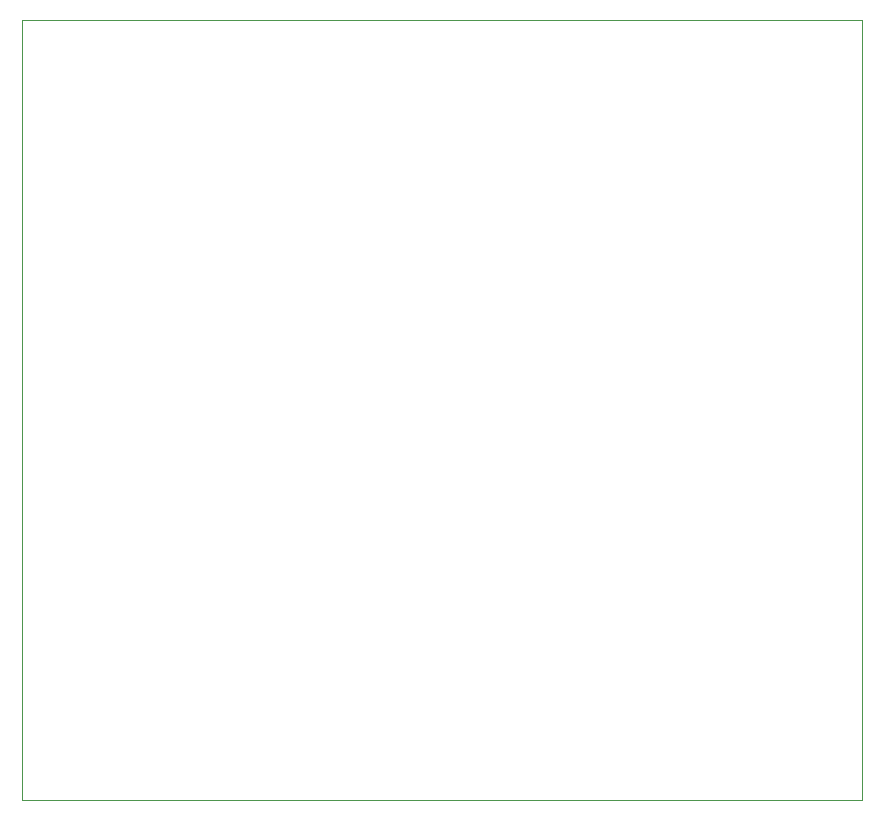
<source format=gbr>
%TF.GenerationSoftware,KiCad,Pcbnew,6.0.11+dfsg-1~bpo11+1*%
%TF.CreationDate,2023-02-26T16:43:03+01:00*%
%TF.ProjectId,gun_board,67756e5f-626f-4617-9264-2e6b69636164,rev?*%
%TF.SameCoordinates,PX6940178PY3a87660*%
%TF.FileFunction,Profile,NP*%
%FSLAX46Y46*%
G04 Gerber Fmt 4.6, Leading zero omitted, Abs format (unit mm)*
G04 Created by KiCad (PCBNEW 6.0.11+dfsg-1~bpo11+1) date 2023-02-26 16:43:03*
%MOMM*%
%LPD*%
G01*
G04 APERTURE LIST*
%TA.AperFunction,Profile*%
%ADD10C,0.100000*%
%TD*%
G04 APERTURE END LIST*
D10*
X0Y-38100000D02*
X0Y-66040000D01*
X0Y0D02*
X71120000Y0D01*
X0Y-66040000D02*
X71120000Y-66040000D01*
X71120000Y0D02*
X71120000Y-66040000D01*
X0Y0D02*
X0Y-38100000D01*
M02*

</source>
